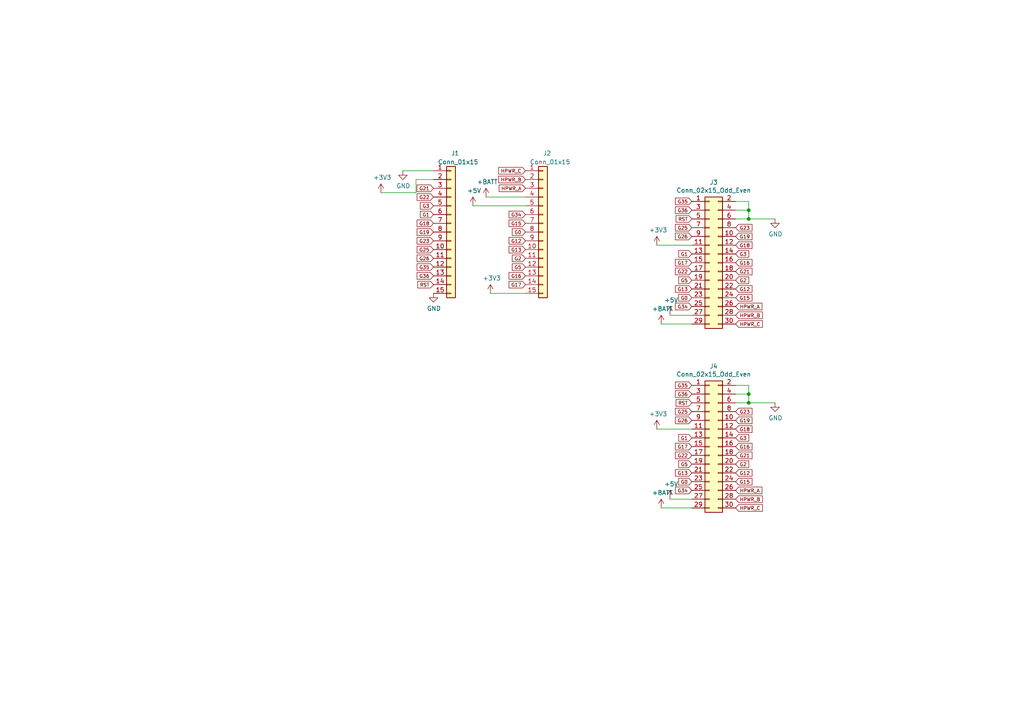
<source format=kicad_sch>
(kicad_sch (version 20211123) (generator eeschema)
  (paper "A4")
  (lib_symbols
    (symbol "Connector_Generic:Conn_01x15" (pin_names (offset 1.016) hide)
      (property "Reference" "J" (at 0 20.32 0))
      (property "Value" "Conn_01x15" (at 0 -20.32 0))
      (symbol "Conn_01x15_1_1"
        (rectangle (start -1.27 -17.653) (end 0 -17.907) (stroke (width 0.1524)))
        (rectangle (start -1.27 -15.113) (end 0 -15.367) (stroke (width 0.1524)))
        (rectangle (start -1.27 -12.573) (end 0 -12.827) (stroke (width 0.1524)))
        (rectangle (start -1.27 -10.033) (end 0 -10.287) (stroke (width 0.1524)))
        (rectangle (start -1.27 -7.493) (end 0 -7.747) (stroke (width 0.1524)))
        (rectangle (start -1.27 -4.953) (end 0 -5.207) (stroke (width 0.1524)))
        (rectangle (start -1.27 -2.413) (end 0 -2.667) (stroke (width 0.1524)))
        (rectangle (start -1.27 0.127) (end 0 -0.127) (stroke (width 0.1524)))
        (rectangle (start -1.27 2.667) (end 0 2.413) (stroke (width 0.1524)))
        (rectangle (start -1.27 5.207) (end 0 4.953) (stroke (width 0.1524)))
        (rectangle (start -1.27 7.747) (end 0 7.493) (stroke (width 0.1524)))
        (rectangle (start -1.27 10.287) (end 0 10.033) (stroke (width 0.1524)))
        (rectangle (start -1.27 12.827) (end 0 12.573) (stroke (width 0.1524)))
        (rectangle (start -1.27 15.367) (end 0 15.113) (stroke (width 0.1524)))
        (rectangle (start -1.27 17.907) (end 0 17.653) (stroke (width 0.1524)))
        (rectangle (start -1.27 19.05) (end 1.27 -19.05) (stroke (width 0.254)) (fill (type background)))
        (pin passive line (at -5.08 17.78 0) (length 3.81) (name "Pin_1") (number "1"))
        (pin passive line (at -5.08 -5.08 0) (length 3.81) (name "Pin_10") (number "10"))
        (pin passive line (at -5.08 -7.62 0) (length 3.81) (name "Pin_11") (number "11"))
        (pin passive line (at -5.08 -10.16 0) (length 3.81) (name "Pin_12") (number "12"))
        (pin passive line (at -5.08 -12.7 0) (length 3.81) (name "Pin_13") (number "13"))
        (pin passive line (at -5.08 -15.24 0) (length 3.81) (name "Pin_14") (number "14"))
        (pin passive line (at -5.08 -17.78 0) (length 3.81) (name "Pin_15") (number "15"))
        (pin passive line (at -5.08 15.24 0) (length 3.81) (name "Pin_2") (number "2"))
        (pin passive line (at -5.08 12.7 0) (length 3.81) (name "Pin_3") (number "3"))
        (pin passive line (at -5.08 10.16 0) (length 3.81) (name "Pin_4") (number "4"))
        (pin passive line (at -5.08 7.62 0) (length 3.81) (name "Pin_5") (number "5"))
        (pin passive line (at -5.08 5.08 0) (length 3.81) (name "Pin_6") (number "6"))
        (pin passive line (at -5.08 2.54 0) (length 3.81) (name "Pin_7") (number "7"))
        (pin passive line (at -5.08 0 0) (length 3.81) (name "Pin_8") (number "8"))
        (pin passive line (at -5.08 -2.54 0) (length 3.81) (name "Pin_9") (number "9"))
      )
    )
    (symbol "Connector_Generic:Conn_02x15_Odd_Even" (pin_names (offset 1.016) hide)
      (property "Reference" "J" (at 1.27 20.32 0))
      (property "Value" "Conn_02x15_Odd_Even" (at 1.27 -20.32 0))
      (symbol "Conn_02x15_Odd_Even_1_1"
        (rectangle (start -1.27 -17.653) (end 0 -17.907) (stroke (width 0.1524)))
        (rectangle (start -1.27 -15.113) (end 0 -15.367) (stroke (width 0.1524)))
        (rectangle (start -1.27 -12.573) (end 0 -12.827) (stroke (width 0.1524)))
        (rectangle (start -1.27 -10.033) (end 0 -10.287) (stroke (width 0.1524)))
        (rectangle (start -1.27 -7.493) (end 0 -7.747) (stroke (width 0.1524)))
        (rectangle (start -1.27 -4.953) (end 0 -5.207) (stroke (width 0.1524)))
        (rectangle (start -1.27 -2.413) (end 0 -2.667) (stroke (width 0.1524)))
        (rectangle (start -1.27 0.127) (end 0 -0.127) (stroke (width 0.1524)))
        (rectangle (start -1.27 2.667) (end 0 2.413) (stroke (width 0.1524)))
        (rectangle (start -1.27 5.207) (end 0 4.953) (stroke (width 0.1524)))
        (rectangle (start -1.27 7.747) (end 0 7.493) (stroke (width 0.1524)))
        (rectangle (start -1.27 10.287) (end 0 10.033) (stroke (width 0.1524)))
        (rectangle (start -1.27 12.827) (end 0 12.573) (stroke (width 0.1524)))
        (rectangle (start -1.27 15.367) (end 0 15.113) (stroke (width 0.1524)))
        (rectangle (start -1.27 17.907) (end 0 17.653) (stroke (width 0.1524)))
        (rectangle (start -1.27 19.05) (end 3.81 -19.05) (stroke (width 0.254)) (fill (type background)))
        (rectangle (start 3.81 -17.653) (end 2.54 -17.907) (stroke (width 0.1524)))
        (rectangle (start 3.81 -15.113) (end 2.54 -15.367) (stroke (width 0.1524)))
        (rectangle (start 3.81 -12.573) (end 2.54 -12.827) (stroke (width 0.1524)))
        (rectangle (start 3.81 -10.033) (end 2.54 -10.287) (stroke (width 0.1524)))
        (rectangle (start 3.81 -7.493) (end 2.54 -7.747) (stroke (width 0.1524)))
        (rectangle (start 3.81 -4.953) (end 2.54 -5.207) (stroke (width 0.1524)))
        (rectangle (start 3.81 -2.413) (end 2.54 -2.667) (stroke (width 0.1524)))
        (rectangle (start 3.81 0.127) (end 2.54 -0.127) (stroke (width 0.1524)))
        (rectangle (start 3.81 2.667) (end 2.54 2.413) (stroke (width 0.1524)))
        (rectangle (start 3.81 5.207) (end 2.54 4.953) (stroke (width 0.1524)))
        (rectangle (start 3.81 7.747) (end 2.54 7.493) (stroke (width 0.1524)))
        (rectangle (start 3.81 10.287) (end 2.54 10.033) (stroke (width 0.1524)))
        (rectangle (start 3.81 12.827) (end 2.54 12.573) (stroke (width 0.1524)))
        (rectangle (start 3.81 15.367) (end 2.54 15.113) (stroke (width 0.1524)))
        (rectangle (start 3.81 17.907) (end 2.54 17.653) (stroke (width 0.1524)))
        (pin passive line (at -5.08 17.78 0) (length 3.81) (name "Pin_1") (number "1"))
        (pin passive line (at 7.62 7.62 180) (length 3.81) (name "Pin_10") (number "10"))
        (pin passive line (at -5.08 5.08 0) (length 3.81) (name "Pin_11") (number "11"))
        (pin passive line (at 7.62 5.08 180) (length 3.81) (name "Pin_12") (number "12"))
        (pin passive line (at -5.08 2.54 0) (length 3.81) (name "Pin_13") (number "13"))
        (pin passive line (at 7.62 2.54 180) (length 3.81) (name "Pin_14") (number "14"))
        (pin passive line (at -5.08 0 0) (length 3.81) (name "Pin_15") (number "15"))
        (pin passive line (at 7.62 0 180) (length 3.81) (name "Pin_16") (number "16"))
        (pin passive line (at -5.08 -2.54 0) (length 3.81) (name "Pin_17") (number "17"))
        (pin passive line (at 7.62 -2.54 180) (length 3.81) (name "Pin_18") (number "18"))
        (pin passive line (at -5.08 -5.08 0) (length 3.81) (name "Pin_19") (number "19"))
        (pin passive line (at 7.62 17.78 180) (length 3.81) (name "Pin_2") (number "2"))
        (pin passive line (at 7.62 -5.08 180) (length 3.81) (name "Pin_20") (number "20"))
        (pin passive line (at -5.08 -7.62 0) (length 3.81) (name "Pin_21") (number "21"))
        (pin passive line (at 7.62 -7.62 180) (length 3.81) (name "Pin_22") (number "22"))
        (pin passive line (at -5.08 -10.16 0) (length 3.81) (name "Pin_23") (number "23"))
        (pin passive line (at 7.62 -10.16 180) (length 3.81) (name "Pin_24") (number "24"))
        (pin passive line (at -5.08 -12.7 0) (length 3.81) (name "Pin_25") (number "25"))
        (pin passive line (at 7.62 -12.7 180) (length 3.81) (name "Pin_26") (number "26"))
        (pin passive line (at -5.08 -15.24 0) (length 3.81) (name "Pin_27") (number "27"))
        (pin passive line (at 7.62 -15.24 180) (length 3.81) (name "Pin_28") (number "28"))
        (pin passive line (at -5.08 -17.78 0) (length 3.81) (name "Pin_29") (number "29"))
        (pin passive line (at -5.08 15.24 0) (length 3.81) (name "Pin_3") (number "3"))
        (pin passive line (at 7.62 -17.78 180) (length 3.81) (name "Pin_30") (number "30"))
        (pin passive line (at 7.62 15.24 180) (length 3.81) (name "Pin_4") (number "4"))
        (pin passive line (at -5.08 12.7 0) (length 3.81) (name "Pin_5") (number "5"))
        (pin passive line (at 7.62 12.7 180) (length 3.81) (name "Pin_6") (number "6"))
        (pin passive line (at -5.08 10.16 0) (length 3.81) (name "Pin_7") (number "7"))
        (pin passive line (at 7.62 10.16 180) (length 3.81) (name "Pin_8") (number "8"))
        (pin passive line (at -5.08 7.62 0) (length 3.81) (name "Pin_9") (number "9"))
      )
    )
    (symbol "power:+3.3V" (power) (pin_names (offset 0))
      (property "Value" "+3.3V" (at 0 3.556 0))
      (symbol "+3.3V_0_1"
        (polyline (pts (xy -0.762 1.27) (xy 0 2.54)))
        (polyline (pts (xy 0 0) (xy 0 2.54)))
        (polyline (pts (xy 0 2.54) (xy 0.762 1.27)))
      )
      (symbol "+3.3V_1_1"
        (pin power_in line (at 0 0 90) (length 0) hide (name "+3V3") (number "1"))
      )
    )
    (symbol "power:+5V" (power) (pin_names (offset 0))
      (property "Value" "+5V" (at 0 3.556 0))
      (symbol "+5V_0_1"
        (polyline (pts (xy -0.762 1.27) (xy 0 2.54)))
        (polyline (pts (xy 0 0) (xy 0 2.54)))
        (polyline (pts (xy 0 2.54) (xy 0.762 1.27)))
      )
      (symbol "+5V_1_1"
        (pin power_in line (at 0 0 90) (length 0) hide (name "+5V") (number "1"))
      )
    )
    (symbol "power:+BATT" (power) (pin_names (offset 0))
      (property "Value" "+BATT" (at 0 3.556 0))
      (symbol "+BATT_0_1"
        (polyline (pts (xy -0.762 1.27) (xy 0 2.54)))
        (polyline (pts (xy 0 0) (xy 0 2.54)))
        (polyline (pts (xy 0 2.54) (xy 0.762 1.27)))
      )
      (symbol "+BATT_1_1"
        (pin power_in line (at 0 0 90) (length 0) hide (name "+BATT") (number "1"))
      )
    )
    (symbol "power:GND" (power) (pin_names (offset 0))
      (property "Value" "GND" (at 0 -3.81 0))
      (symbol "GND_0_1"
        (polyline (pts (xy 0 0) (xy 0 -1.27) (xy 1.27 -1.27) (xy 0 -2.54) (xy -1.27 -1.27) (xy 0 -1.27)))
      )
      (symbol "GND_1_1"
        (pin power_in line (at 0 0 270) (length 0) hide (name "GND") (number "1"))
      )
    )
  )
  (junction (at 217.17 116.84))
  (junction (at 217.17 63.5))
  (junction (at 217.17 114.3))
  (junction (at 217.17 60.96))
  (wire (pts (xy 120.65 55.88) (xy 110.49 55.88)))
  (wire (pts (xy 140.97 57.15) (xy 152.4 57.15)))
  (wire (pts (xy 213.36 60.96) (xy 217.17 60.96)))
  (wire (pts (xy 200.66 71.12) (xy 190.5 71.12)))
  (wire (pts (xy 217.17 111.76) (xy 217.17 114.3)))
  (wire (pts (xy 200.66 144.78) (xy 194.31 144.78)))
  (wire (pts (xy 137.16 59.69) (xy 152.4 59.69)))
  (wire (pts (xy 217.17 58.42) (xy 217.17 60.96)))
  (wire (pts (xy 125.73 49.53) (xy 116.84 49.53)))
  (wire (pts (xy 217.17 63.5) (xy 224.79 63.5)))
  (wire (pts (xy 191.77 147.32) (xy 200.66 147.32)))
  (wire (pts (xy 200.66 91.44) (xy 194.31 91.44)))
  (wire (pts (xy 200.66 124.46) (xy 190.5 124.46)))
  (wire (pts (xy 125.73 52.07) (xy 120.65 52.07)))
  (wire (pts (xy 152.4 85.09) (xy 142.24 85.09)))
  (wire (pts (xy 191.77 93.98) (xy 200.66 93.98)))
  (wire (pts (xy 213.36 114.3) (xy 217.17 114.3)))
  (wire (pts (xy 217.17 114.3) (xy 217.17 116.84)))
  (wire (pts (xy 213.36 63.5) (xy 217.17 63.5)))
  (wire (pts (xy 213.36 116.84) (xy 217.17 116.84)))
  (wire (pts (xy 120.65 52.07) (xy 120.65 55.88)))
  (wire (pts (xy 217.17 60.96) (xy 217.17 63.5)))
  (wire (pts (xy 217.17 116.84) (xy 224.79 116.84)))
  (wire (pts (xy 213.36 111.76) (xy 217.17 111.76)))
  (wire (pts (xy 213.36 58.42) (xy 217.17 58.42)))
  (global_label "G34" (shape input) (at 200.66 142.24 180) (effects (font (size 0.9906 0.9906))) (property "Intersheet References" "${INTERSHEET_REFS}" (effects hide)))
  (global_label "G34" (shape input) (at 200.66 88.9 180) (effects (font (size 0.9906 0.9906))) (property "Intersheet References" "${INTERSHEET_REFS}" (effects hide)))
  (global_label "G3" (shape input) (at 213.36 73.66 0) (effects (font (size 0.9906 0.9906))) (property "Intersheet References" "${INTERSHEET_REFS}" (effects hide)))
  (global_label "HPWR_B" (shape input) (at 213.36 144.78 0) (effects (font (size 0.9906 0.9906))) (property "Intersheet References" "${INTERSHEET_REFS}" (effects hide)))
  (global_label "HPWR_B" (shape input) (at 213.36 91.44 0) (effects (font (size 0.9906 0.9906))) (property "Intersheet References" "${INTERSHEET_REFS}" (effects hide)))
  (global_label "G16" (shape input) (at 213.36 129.54 0) (effects (font (size 0.9906 0.9906))) (property "Intersheet References" "${INTERSHEET_REFS}" (effects hide)))
  (global_label "G25" (shape input) (at 125.73 72.39 180) (effects (font (size 0.9906 0.9906))) (property "Intersheet References" "${INTERSHEET_REFS}" (effects hide)))
  (global_label "G15" (shape input) (at 152.4 64.77 180) (effects (font (size 0.9906 0.9906))) (property "Intersheet References" "${INTERSHEET_REFS}" (effects hide)))
  (global_label "G2" (shape input) (at 213.36 81.28 0) (effects (font (size 0.9906 0.9906))) (property "Intersheet References" "${INTERSHEET_REFS}" (effects hide)))
  (global_label "G17" (shape input) (at 200.66 129.54 180) (effects (font (size 0.9906 0.9906))) (property "Intersheet References" "${INTERSHEET_REFS}" (effects hide)))
  (global_label "G5" (shape input) (at 200.66 134.62 180) (effects (font (size 0.9906 0.9906))) (property "Intersheet References" "${INTERSHEET_REFS}" (effects hide)))
  (global_label "G23" (shape input) (at 213.36 119.38 0) (effects (font (size 0.9906 0.9906))) (property "Intersheet References" "${INTERSHEET_REFS}" (effects hide)))
  (global_label "HPWR_A" (shape input) (at 152.4 54.61 180) (effects (font (size 0.9906 0.9906))) (property "Intersheet References" "${INTERSHEET_REFS}" (effects hide)))
  (global_label "G21" (shape input) (at 125.73 54.61 180) (effects (font (size 0.9906 0.9906))) (property "Intersheet References" "${INTERSHEET_REFS}" (effects hide)))
  (global_label "HPWR_B" (shape input) (at 152.4 52.07 180) (effects (font (size 0.9906 0.9906))) (property "Intersheet References" "${INTERSHEET_REFS}" (effects hide)))
  (global_label "G1" (shape input) (at 200.66 73.66 180) (effects (font (size 0.9906 0.9906))) (property "Intersheet References" "${INTERSHEET_REFS}" (effects hide)))
  (global_label "HPWR_C" (shape input) (at 213.36 93.98 0) (effects (font (size 0.9906 0.9906))) (property "Intersheet References" "${INTERSHEET_REFS}" (effects hide)))
  (global_label "G18" (shape input) (at 213.36 124.46 0) (effects (font (size 0.9906 0.9906))) (property "Intersheet References" "${INTERSHEET_REFS}" (effects hide)))
  (global_label "G0" (shape input) (at 200.66 139.7 180) (effects (font (size 0.9906 0.9906))) (property "Intersheet References" "${INTERSHEET_REFS}" (effects hide)))
  (global_label "G23" (shape input) (at 125.73 69.85 180) (effects (font (size 0.9906 0.9906))) (property "Intersheet References" "${INTERSHEET_REFS}" (effects hide)))
  (global_label "G35" (shape input) (at 200.66 58.42 180) (effects (font (size 0.9906 0.9906))) (property "Intersheet References" "${INTERSHEET_REFS}" (effects hide)))
  (global_label "G36" (shape input) (at 200.66 60.96 180) (effects (font (size 0.9906 0.9906))) (property "Intersheet References" "${INTERSHEET_REFS}" (effects hide)))
  (global_label "G1" (shape input) (at 125.73 62.23 180) (effects (font (size 0.9906 0.9906))) (property "Intersheet References" "${INTERSHEET_REFS}" (effects hide)))
  (global_label "G25" (shape input) (at 200.66 119.38 180) (effects (font (size 0.9906 0.9906))) (property "Intersheet References" "${INTERSHEET_REFS}" (effects hide)))
  (global_label "G12" (shape input) (at 213.36 83.82 0) (effects (font (size 0.9906 0.9906))) (property "Intersheet References" "${INTERSHEET_REFS}" (effects hide)))
  (global_label "G13" (shape input) (at 152.4 72.39 180) (effects (font (size 0.9906 0.9906))) (property "Intersheet References" "${INTERSHEET_REFS}" (effects hide)))
  (global_label "G34" (shape input) (at 152.4 62.23 180) (effects (font (size 0.9906 0.9906))) (property "Intersheet References" "${INTERSHEET_REFS}" (effects hide)))
  (global_label "G35" (shape input) (at 200.66 111.76 180) (effects (font (size 0.9906 0.9906))) (property "Intersheet References" "${INTERSHEET_REFS}" (effects hide)))
  (global_label "G18" (shape input) (at 125.73 64.77 180) (effects (font (size 0.9906 0.9906))) (property "Intersheet References" "${INTERSHEET_REFS}" (effects hide)))
  (global_label "G0" (shape input) (at 200.66 86.36 180) (effects (font (size 0.9906 0.9906))) (property "Intersheet References" "${INTERSHEET_REFS}" (effects hide)))
  (global_label "G2" (shape input) (at 213.36 134.62 0) (effects (font (size 0.9906 0.9906))) (property "Intersheet References" "${INTERSHEET_REFS}" (effects hide)))
  (global_label "G15" (shape input) (at 213.36 139.7 0) (effects (font (size 0.9906 0.9906))) (property "Intersheet References" "${INTERSHEET_REFS}" (effects hide)))
  (global_label "HPWR_C" (shape input) (at 213.36 147.32 0) (effects (font (size 0.9906 0.9906))) (property "Intersheet References" "${INTERSHEET_REFS}" (effects hide)))
  (global_label "G36" (shape input) (at 200.66 114.3 180) (effects (font (size 0.9906 0.9906))) (property "Intersheet References" "${INTERSHEET_REFS}" (effects hide)))
  (global_label "G0" (shape input) (at 152.4 67.31 180) (effects (font (size 0.9906 0.9906))) (property "Intersheet References" "${INTERSHEET_REFS}" (effects hide)))
  (global_label "G23" (shape input) (at 213.36 66.04 0) (effects (font (size 0.9906 0.9906))) (property "Intersheet References" "${INTERSHEET_REFS}" (effects hide)))
  (global_label "G16" (shape input) (at 152.4 80.01 180) (effects (font (size 0.9906 0.9906))) (property "Intersheet References" "${INTERSHEET_REFS}" (effects hide)))
  (global_label "G12" (shape input) (at 152.4 69.85 180) (effects (font (size 0.9906 0.9906))) (property "Intersheet References" "${INTERSHEET_REFS}" (effects hide)))
  (global_label "G1" (shape input) (at 200.66 127 180) (effects (font (size 0.9906 0.9906))) (property "Intersheet References" "${INTERSHEET_REFS}" (effects hide)))
  (global_label "G19" (shape input) (at 213.36 68.58 0) (effects (font (size 0.9906 0.9906))) (property "Intersheet References" "${INTERSHEET_REFS}" (effects hide)))
  (global_label "RST" (shape input) (at 200.66 116.84 180) (effects (font (size 0.9906 0.9906))) (property "Intersheet References" "${INTERSHEET_REFS}" (effects hide)))
  (global_label "RST" (shape input) (at 125.73 82.55 180) (effects (font (size 0.9906 0.9906))) (property "Intersheet References" "${INTERSHEET_REFS}" (effects hide)))
  (global_label "G18" (shape input) (at 213.36 71.12 0) (effects (font (size 0.9906 0.9906))) (property "Intersheet References" "${INTERSHEET_REFS}" (effects hide)))
  (global_label "HPWR_A" (shape input) (at 213.36 142.24 0) (effects (font (size 0.9906 0.9906))) (property "Intersheet References" "${INTERSHEET_REFS}" (effects hide)))
  (global_label "G22" (shape input) (at 200.66 78.74 180) (effects (font (size 0.9906 0.9906))) (property "Intersheet References" "${INTERSHEET_REFS}" (effects hide)))
  (global_label "G3" (shape input) (at 213.36 127 0) (effects (font (size 0.9906 0.9906))) (property "Intersheet References" "${INTERSHEET_REFS}" (effects hide)))
  (global_label "G2" (shape input) (at 152.4 74.93 180) (effects (font (size 0.9906 0.9906))) (property "Intersheet References" "${INTERSHEET_REFS}" (effects hide)))
  (global_label "G13" (shape input) (at 200.66 83.82 180) (effects (font (size 0.9906 0.9906))) (property "Intersheet References" "${INTERSHEET_REFS}" (effects hide)))
  (global_label "G19" (shape input) (at 125.73 67.31 180) (effects (font (size 0.9906 0.9906))) (property "Intersheet References" "${INTERSHEET_REFS}" (effects hide)))
  (global_label "G12" (shape input) (at 213.36 137.16 0) (effects (font (size 0.9906 0.9906))) (property "Intersheet References" "${INTERSHEET_REFS}" (effects hide)))
  (global_label "RST" (shape input) (at 200.66 63.5 180) (effects (font (size 0.9906 0.9906))) (property "Intersheet References" "${INTERSHEET_REFS}" (effects hide)))
  (global_label "G19" (shape input) (at 213.36 121.92 0) (effects (font (size 0.9906 0.9906))) (property "Intersheet References" "${INTERSHEET_REFS}" (effects hide)))
  (global_label "G3" (shape input) (at 125.73 59.69 180) (effects (font (size 0.9906 0.9906))) (property "Intersheet References" "${INTERSHEET_REFS}" (effects hide)))
  (global_label "G22" (shape input) (at 200.66 132.08 180) (effects (font (size 0.9906 0.9906))) (property "Intersheet References" "${INTERSHEET_REFS}" (effects hide)))
  (global_label "G26" (shape input) (at 200.66 68.58 180) (effects (font (size 0.9906 0.9906))) (property "Intersheet References" "${INTERSHEET_REFS}" (effects hide)))
  (global_label "G21" (shape input) (at 213.36 78.74 0) (effects (font (size 0.9906 0.9906))) (property "Intersheet References" "${INTERSHEET_REFS}" (effects hide)))
  (global_label "HPWR_A" (shape input) (at 213.36 88.9 0) (effects (font (size 0.9906 0.9906))) (property "Intersheet References" "${INTERSHEET_REFS}" (effects hide)))
  (global_label "G15" (shape input) (at 213.36 86.36 0) (effects (font (size 0.9906 0.9906))) (property "Intersheet References" "${INTERSHEET_REFS}" (effects hide)))
  (global_label "G21" (shape input) (at 213.36 132.08 0) (effects (font (size 0.9906 0.9906))) (property "Intersheet References" "${INTERSHEET_REFS}" (effects hide)))
  (global_label "G17" (shape input) (at 200.66 76.2 180) (effects (font (size 0.9906 0.9906))) (property "Intersheet References" "${INTERSHEET_REFS}" (effects hide)))
  (global_label "G25" (shape input) (at 200.66 66.04 180) (effects (font (size 0.9906 0.9906))) (property "Intersheet References" "${INTERSHEET_REFS}" (effects hide)))
  (global_label "G5" (shape input) (at 200.66 81.28 180) (effects (font (size 0.9906 0.9906))) (property "Intersheet References" "${INTERSHEET_REFS}" (effects hide)))
  (global_label "G17" (shape input) (at 152.4 82.55 180) (effects (font (size 0.9906 0.9906))) (property "Intersheet References" "${INTERSHEET_REFS}" (effects hide)))
  (global_label "G36" (shape input) (at 125.73 80.01 180) (effects (font (size 0.9906 0.9906))) (property "Intersheet References" "${INTERSHEET_REFS}" (effects hide)))
  (global_label "G5" (shape input) (at 152.4 77.47 180) (effects (font (size 0.9906 0.9906))) (property "Intersheet References" "${INTERSHEET_REFS}" (effects hide)))
  (global_label "G16" (shape input) (at 213.36 76.2 0) (effects (font (size 0.9906 0.9906))) (property "Intersheet References" "${INTERSHEET_REFS}" (effects hide)))
  (global_label "G22" (shape input) (at 125.73 57.15 180) (effects (font (size 0.9906 0.9906))) (property "Intersheet References" "${INTERSHEET_REFS}" (effects hide)))
  (global_label "G35" (shape input) (at 125.73 77.47 180) (effects (font (size 0.9906 0.9906))) (property "Intersheet References" "${INTERSHEET_REFS}" (effects hide)))
  (global_label "HPWR_C" (shape input) (at 152.4 49.53 180) (effects (font (size 0.9906 0.9906))) (property "Intersheet References" "${INTERSHEET_REFS}" (effects hide)))
  (global_label "G26" (shape input) (at 125.73 74.93 180) (effects (font (size 0.9906 0.9906))) (property "Intersheet References" "${INTERSHEET_REFS}" (effects hide)))
  (global_label "G26" (shape input) (at 200.66 121.92 180) (effects (font (size 0.9906 0.9906))) (property "Intersheet References" "${INTERSHEET_REFS}" (effects hide)))
  (global_label "G13" (shape input) (at 200.66 137.16 180) (effects (font (size 0.9906 0.9906))) (property "Intersheet References" "${INTERSHEET_REFS}" (effects hide)))
  (symbol (lib_id "Connector_Generic:Conn_02x15_Odd_Even") (at 205.74 76.2 0) (unit 1)
    (property "Reference" "J3" (at 207.01 52.9082 0))
    (property "Value" "Conn_02x15_Odd_Even" (at 207.01 55.2196 0))
    (property "Footprint" "footprints:PinHeader_2x15_P2.54mm_M5Stack_SpacerPCB_pads" (effects hide))
  )
  (symbol (lib_id "power:+5V") (at 137.16 59.69 0) (unit 1)
    (property "Reference" "#PWR0103" (effects hide))
    (property "Value" "+5V" (at 137.541 55.2958 0))
  )
  (symbol (lib_id "power:+BATT") (at 140.97 57.15 0) (unit 1)
    (property "Reference" "#PWR0104" (effects hide))
    (property "Value" "+BATT" (at 141.351 52.7558 0))
  )
  (symbol (lib_id "Connector_Generic:Conn_02x15_Odd_Even") (at 205.74 129.54 0) (unit 1)
    (property "Reference" "J4" (at 207.01 106.2482 0))
    (property "Value" "Conn_02x15_Odd_Even" (at 207.01 108.5596 0))
    (property "Footprint" "footprints:PinSocket_2x15_P2.54mm_Vertical_SMD_just_for_M5Stack_bottom" (effects hide))
  )
  (symbol (lib_id "power:+5V") (at 194.31 144.78 0) (unit 1)
    (property "Reference" "#PWR0105" (effects hide))
    (property "Value" "+5V" (at 194.691 140.3858 0))
  )
  (symbol (lib_id "power:+BATT") (at 191.77 147.32 0) (unit 1)
    (property "Reference" "#PWR0106" (effects hide))
    (property "Value" "+BATT" (at 192.151 142.9258 0))
  )
  (symbol (lib_id "power:GND") (at 224.79 116.84 0) (unit 1)
    (property "Reference" "#PWR0109" (effects hide))
    (property "Value" "GND" (at 224.917 121.2342 0))
  )
  (symbol (lib_id "power:+3.3V") (at 110.49 55.88 0) (unit 1)
    (property "Reference" "#PWR0110" (effects hide))
    (property "Value" "+3.3V" (at 110.871 51.4858 0))
  )
  (symbol (lib_id "power:GND") (at 116.84 49.53 0) (unit 1)
    (property "Reference" "#PWR0111" (effects hide))
    (property "Value" "GND" (at 116.967 53.9242 0))
  )
  (symbol (lib_id "power:+3.3V") (at 190.5 124.46 0) (unit 1)
    (property "Reference" "#PWR0113" (effects hide))
    (property "Value" "+3.3V" (at 190.881 120.0658 0))
  )
  (symbol (lib_id "power:+3.3V") (at 142.24 85.09 0) (unit 1)
    (property "Reference" "#PWR0115" (effects hide))
    (property "Value" "+3.3V" (at 142.621 80.6958 0))
  )
  (symbol (lib_id "power:+5V") (at 194.31 91.44 0) (unit 1)
    (property "Reference" "#PWR0101" (effects hide))
    (property "Value" "+5V" (at 194.691 87.0458 0))
  )
  (symbol (lib_id "power:+BATT") (at 191.77 93.98 0) (unit 1)
    (property "Reference" "#PWR0102" (effects hide))
    (property "Value" "+BATT" (at 192.151 89.5858 0))
  )
  (symbol (lib_id "power:GND") (at 224.79 63.5 0) (unit 1)
    (property "Reference" "#PWR0107" (effects hide))
    (property "Value" "GND" (at 224.917 67.8942 0))
  )
  (symbol (lib_id "power:+3.3V") (at 190.5 71.12 0) (unit 1)
    (property "Reference" "#PWR0108" (effects hide))
    (property "Value" "+3.3V" (at 190.881 66.7258 0))
  )
  (symbol (lib_id "Connector_Generic:Conn_01x15") (at 130.81 67.31 0) (unit 1)
    (property "Reference" "J1" (at 130.81 44.45 0) (effects (justify left)))
    (property "Value" "Conn_01x15" (at 127 46.99 0) (effects (justify left)))
    (property "Footprint" "footprints:PinSocket_1x15_P2.54mm_Vertical_without_silk" (effects hide))
  )
  (symbol (lib_id "Connector_Generic:Conn_01x15") (at 157.48 67.31 0) (unit 1)
    (property "Reference" "J2" (at 157.48 44.45 0) (effects (justify left)))
    (property "Value" "Conn_01x15" (at 153.67 46.99 0) (effects (justify left)))
    (property "Footprint" "footprints:PinSocket_1x15_P2.54mm_Vertical_without_silk" (effects hide))
  )
  (symbol (lib_id "power:GND") (at 125.73 85.09 0) (unit 1)
    (property "Reference" "#PWR0112" (effects hide))
    (property "Value" "GND" (at 125.857 89.4842 0))
  )
)
</source>
